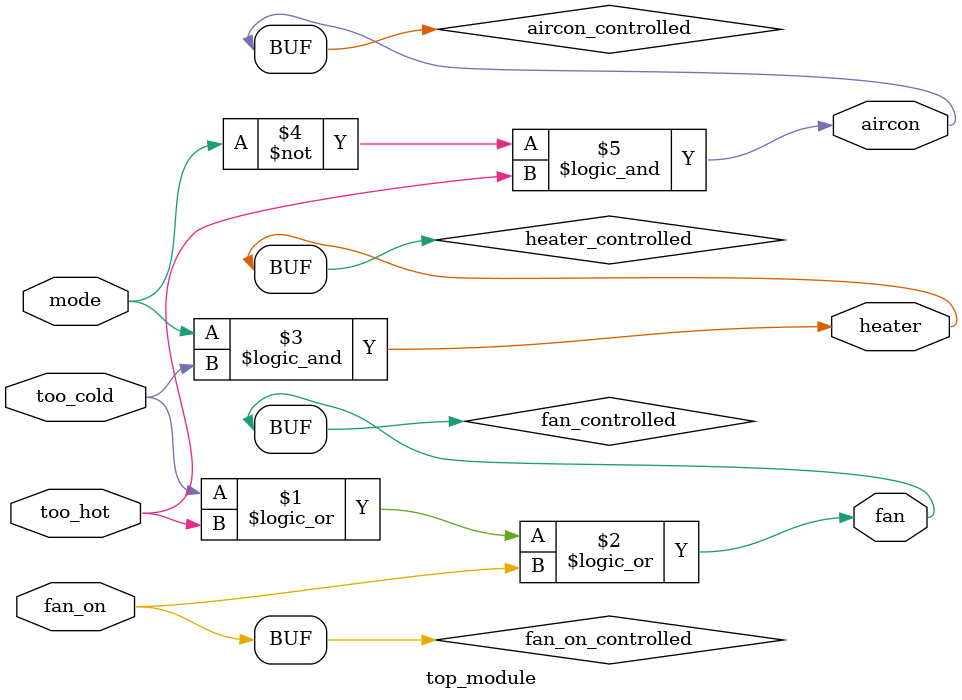
<source format=sv>
module top_module (
  input mode,
  input too_cold,
  input too_hot,
  input fan_on,
  output heater,
  output aircon,
  output fan
);

  wire fan_controlled;
  wire fan_on_controlled;
  wire heater_controlled;
  wire aircon_controlled;

  assign fan_controlled = too_cold || too_hot || fan_on;
  assign fan_on_controlled = fan_on;
  assign heater_controlled = mode && too_cold;
  assign aircon_controlled = ~mode && too_hot;

  assign heater = heater_controlled;
  assign aircon = aircon_controlled;
  assign fan = fan_controlled;

endmodule

</source>
